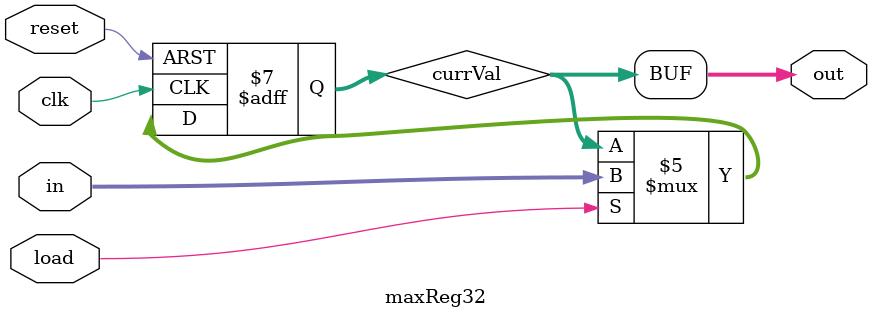
<source format=v>
module maxController(input clk, input reset,
                    // slave (CPU-facing)
                    output slave_waitrequest,
                    input [2:0] slave_address,
                    input slave_read, output [31:0] slave_readdata,
                    input slave_write, input [31:0] slave_writedata,
                    // master (SDRAM-facing)
                    input master_waitrequest,
                    output [31:0] master_address,
                    output master_read, input [31:0] master_readdata,
                    output master_write, output [31:0] master_writedata);

  reg [31:0] masterAddress, slaveReadData;
  reg load0, load1, load2, load3, load4, dataValid, masterRead, masterWrite, slaveWaitRequest, waiter;
  wire [31:0] word0, word1, word2, word3, word4;
  reg [7:0] numRows, numCols, numLayer, numOps;
  reg [2:0] presentState, nextState;
  wire [63:0] opsPerLayer;

  assign opsPerLayer = (word4 >>> 1) * (word4 >>> 1);
  assign master_address = masterAddress * 3'b100;
  assign master_read = masterRead;
  assign master_write = masterWrite;
  assign slave_waitrequest = slaveWaitRequest;
  assign slave_readdata = slaveReadData;

  `define Wait 3'b000
  `define Go0 3'b001
  `define Go1 3'b010
  `define Go2 3'b011
  `define Go3 3'b100
  `define PreGo 3'b101

  maxReg32 maxReg0(clk, reset, load0, slave_writedata, word0); // start if written to
  maxReg32 maxReg1(clk, reset, load1, slave_writedata, word1); // address to read from
  maxReg32 maxReg2(clk, reset, load2, slave_writedata, word2); // address to write to
  maxReg32 maxReg3(clk, reset, load3, slave_writedata, word3); // # of layers
  maxReg32 maxReg4(clk, reset, load4, slave_writedata, word4); // row length
  maxAccelerator maxAcc(clk, reset, master_readdata, dataValid, master_writedata);

  // Combinational logic
  always @(*) begin
    load0 = 1'b0; load1 = 1'b0; load2 = 1'b0; load3 = 1'b0; load4 = 1'b0;
    slaveReadData = 32'b0;
    if (slave_write) begin
      case (slave_address)
        3'b000: load0 = 1'b1;
        3'b001: load1 = 1'b1;
        3'b010: load2 = 1'b1;
        3'b011: load3 = 1'b1;
        3'b100: load4 = 1'b1;
        default:;
      endcase
    end
    else if (slave_read) begin
      case (slave_address)
        3'b000: slaveReadData = word0;
        3'b001: slaveReadData = word1;
        3'b010: slaveReadData = word2;
        3'b011: slaveReadData = word3;
        3'b100: slaveReadData = word4;
        default: slaveReadData = 32'b0;
      endcase
    end
  end

  // State Logic
  always @(*) begin
    slaveWaitRequest = 1'b1;
    masterRead = 1'b0;
    masterWrite = 1'b0;
    masterAddress = 32'b0;
    dataValid = 1'b0;
    case (presentState)
      `Wait: begin
        slaveWaitRequest = 1'b0;
        if (load0)
          nextState = `PreGo;
        else
          nextState = `Wait;
      end
      `Go0: begin
        masterAddress = word1 + (numCols + 1'b1) + numRows * word4 + numLayer * word4 * word4;
        masterRead = 1'b1;
        dataValid = 1'b1;
        nextState = `Go1;
      end
      `Go1: begin
        masterAddress = word1 + numCols + (numRows + 1'b1) * word4 + numLayer * word4 * word4;
        masterRead = 1'b1;
        dataValid = 1'b1;
        nextState = `Go2;
      end
      `Go2: begin
        masterAddress = word1 + (numCols + 1'b1) + (numRows + 1'b1) * word4 + numLayer * word4 * word4;
        masterRead = 1'b1;
        dataValid = 1'b1;
        nextState = `Go3;
      end
      `Go3: begin
        masterAddress = word2 + numOps;
        masterWrite = 1'b1;
        if (numOps >= opsPerLayer * word3)
          nextState = `Wait;
        else
          nextState = `PreGo;
      end
      `PreGo: begin
        masterAddress = word1 + numCols + numRows * word4 + numLayer * word4 * word4;
        masterRead = 1'b1;
        dataValid = 1'b1;
        nextState = `Go0;
      end
      default: nextState = `Wait;
    endcase
  end

  // Sequential Logic
  always @(posedge clk, negedge reset) begin
    if (!reset) begin
      waiter = 1'b0;
      numRows = 8'b0;
      numCols = 8'b0;
      numLayer = 8'b0;
      numOps = 8'b0;
      presentState = `Wait;
    end
    else begin
      if (nextState == `PreGo && presentState != `Wait) begin
        numCols = numCols + 2'b10;
        numOps = numOps + 1'b1;
        if (numCols >= word4) begin
          numRows = numRows + 2'b10;
          numCols = 8'b0;
          if (numRows >= word4) begin
            numLayer = numLayer + 1'b1;
            numRows = 8'b0;
          end
        end
      end
      if (nextState == `Wait) begin
        numRows = 8'b0;
        numCols = 8'b0;
        numLayer = 8'b0;
        numOps = 8'b0;
      end
      if (!master_waitrequest || presentState == `Wait) begin
        if (waiter)
          presentState <= nextState;
        waiter = waiter + 1'b1;
      end
    end
  end

endmodule

// 32-bit register
module maxReg32(input clk, input reset, input load,
            input [31:0] in, output [31:0] out);

  reg [31:0] currVal;
  assign out = currVal;

  always @(posedge clk, negedge reset) begin
    if (reset == 1'b0)
      currVal <= 32'b00000000000000000000000000000000;
    else if (load == 1'b1)
      currVal <= in;
    else
      currVal <= out;
  end

endmodule

</source>
